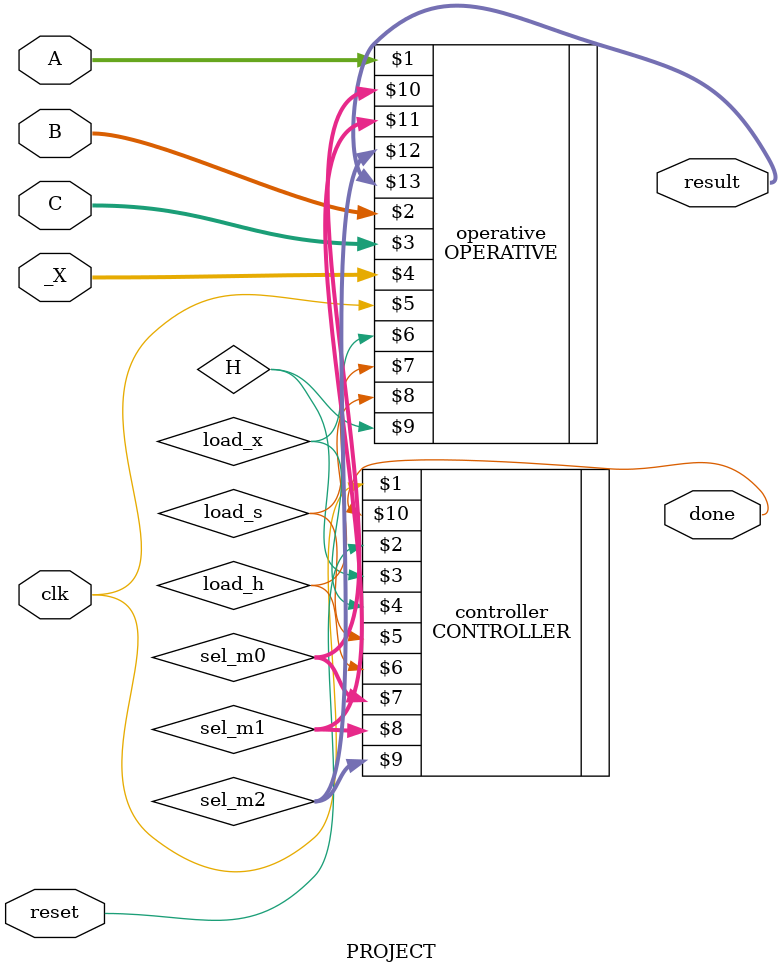
<source format=v>
`include "controller.v"
`include "operative.v"

module PROJECT (
	input clk,
	input reset,
	input [15:0] A,
  input [15:0] B,
  input [15:0] C,
  input [15:0] _X,
	output done,
	output [15:0] result
);

	wire load_x, load_s, load_h, H;
	wire [1:0] sel_m0, sel_m1, sel_m2;

	CONTROLLER controller(
		clk,
		reset,
		H,
		load_x,
		load_s,
		load_h,
		sel_m0,
		sel_m1,
		sel_m2,
		done
	);

	OPERATIVE operative(
		A,
		B,
		C,
		_X,
		clk,
		load_x,
		load_s,
		load_h,
		H,
		sel_m0,
		sel_m1,
		sel_m2,
		result
	);
	
endmodule
</source>
